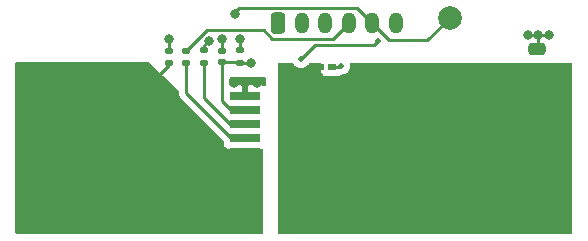
<source format=gbr>
%TF.GenerationSoftware,KiCad,Pcbnew,(6.0.8)*%
%TF.CreationDate,2023-11-18T01:52:54+01:00*%
%TF.ProjectId,BTS50005-1LUA_TestBoard,42545335-3030-4303-952d-314c55415f54,rev?*%
%TF.SameCoordinates,Original*%
%TF.FileFunction,Copper,L1,Top*%
%TF.FilePolarity,Positive*%
%FSLAX46Y46*%
G04 Gerber Fmt 4.6, Leading zero omitted, Abs format (unit mm)*
G04 Created by KiCad (PCBNEW (6.0.8)) date 2023-11-18 01:52:54*
%MOMM*%
%LPD*%
G01*
G04 APERTURE LIST*
G04 Aperture macros list*
%AMRoundRect*
0 Rectangle with rounded corners*
0 $1 Rounding radius*
0 $2 $3 $4 $5 $6 $7 $8 $9 X,Y pos of 4 corners*
0 Add a 4 corners polygon primitive as box body*
4,1,4,$2,$3,$4,$5,$6,$7,$8,$9,$2,$3,0*
0 Add four circle primitives for the rounded corners*
1,1,$1+$1,$2,$3*
1,1,$1+$1,$4,$5*
1,1,$1+$1,$6,$7*
1,1,$1+$1,$8,$9*
0 Add four rect primitives between the rounded corners*
20,1,$1+$1,$2,$3,$4,$5,0*
20,1,$1+$1,$4,$5,$6,$7,0*
20,1,$1+$1,$6,$7,$8,$9,0*
20,1,$1+$1,$8,$9,$2,$3,0*%
G04 Aperture macros list end*
%TA.AperFunction,SMDPad,CuDef*%
%ADD10R,2.600000X0.800000*%
%TD*%
%TA.AperFunction,SMDPad,CuDef*%
%ADD11R,2.600000X4.400000*%
%TD*%
%TA.AperFunction,SMDPad,CuDef*%
%ADD12R,7.410000X10.000000*%
%TD*%
%TA.AperFunction,SMDPad,CuDef*%
%ADD13R,0.800000X0.600000*%
%TD*%
%TA.AperFunction,ComponentPad*%
%ADD14RoundRect,0.250000X-0.350000X-0.650000X0.350000X-0.650000X0.350000X0.650000X-0.350000X0.650000X0*%
%TD*%
%TA.AperFunction,ComponentPad*%
%ADD15O,1.200000X1.800000*%
%TD*%
%TA.AperFunction,ComponentPad*%
%ADD16C,2.000000*%
%TD*%
%TA.AperFunction,SMDPad,CuDef*%
%ADD17RoundRect,0.135000X0.185000X-0.135000X0.185000X0.135000X-0.185000X0.135000X-0.185000X-0.135000X0*%
%TD*%
%TA.AperFunction,SMDPad,CuDef*%
%ADD18RoundRect,0.135000X-0.185000X0.135000X-0.185000X-0.135000X0.185000X-0.135000X0.185000X0.135000X0*%
%TD*%
%TA.AperFunction,SMDPad,CuDef*%
%ADD19RoundRect,0.140000X-0.170000X0.140000X-0.170000X-0.140000X0.170000X-0.140000X0.170000X0.140000X0*%
%TD*%
%TA.AperFunction,SMDPad,CuDef*%
%ADD20RoundRect,0.250000X0.475000X-0.250000X0.475000X0.250000X-0.475000X0.250000X-0.475000X-0.250000X0*%
%TD*%
%TA.AperFunction,ComponentPad*%
%ADD21C,0.900000*%
%TD*%
%TA.AperFunction,ComponentPad*%
%ADD22C,13.000000*%
%TD*%
%TA.AperFunction,ViaPad*%
%ADD23C,0.500000*%
%TD*%
%TA.AperFunction,ViaPad*%
%ADD24C,0.800000*%
%TD*%
%TA.AperFunction,ViaPad*%
%ADD25C,0.900000*%
%TD*%
%TA.AperFunction,Conductor*%
%ADD26C,0.250000*%
%TD*%
G04 APERTURE END LIST*
D10*
%TO.P,Q1,1,GND_*%
%TO.N,GND*%
X116465000Y-38300000D03*
%TO.P,Q1,2,IS*%
%TO.N,CONTROLLER_ADC*%
X116465000Y-39500000D03*
%TO.P,Q1,3,IN*%
%TO.N,/IN*%
X116465000Y-40700000D03*
%TO.P,Q1,4,DEN*%
%TO.N,/DEN*%
X116465000Y-41900000D03*
D11*
%TO.P,Q1,5,OUT*%
%TO.N,OUT*%
X116465000Y-44900000D03*
D12*
%TO.P,Q1,9,VS*%
%TO.N,+12V*%
X124000000Y-42500000D03*
%TD*%
D13*
%TO.P,RT1,2*%
%TO.N,Net-(R4-Pad1)*%
X123791600Y-35864800D03*
%TO.P,RT1,1*%
%TO.N,+12V*%
X122791600Y-35864800D03*
%TD*%
D14*
%TO.P,J1,1,Pin_1*%
%TO.N,GND*%
X119250000Y-32175000D03*
D15*
%TO.P,J1,2,Pin_2*%
%TO.N,CONTROLLER_ADC*%
X121250000Y-32175000D03*
%TO.P,J1,3,Pin_3*%
%TO.N,CONTROLLER_TEMP*%
X123250000Y-32175000D03*
%TO.P,J1,4,Pin_4*%
%TO.N,CONTROLER_DEN*%
X125250000Y-32175000D03*
%TO.P,J1,5,Pin_5*%
%TO.N,CONTROLER_IN*%
X127250000Y-32175000D03*
%TO.P,J1,6,Pin_6*%
%TO.N,CONTOLLER_VDD*%
X129250000Y-32175000D03*
%TD*%
D16*
%TO.P,TP2,1,1*%
%TO.N,OUT*%
X111750000Y-48000000D03*
%TD*%
D17*
%TO.P,R1,1*%
%TO.N,/IN*%
X113000000Y-35500000D03*
%TO.P,R1,2*%
%TO.N,CONTROLER_IN*%
X113000000Y-34480000D03*
%TD*%
D18*
%TO.P,R2,1*%
%TO.N,GND*%
X116000000Y-34480000D03*
%TO.P,R2,2*%
%TO.N,CONTROLLER_ADC*%
X116000000Y-35500000D03*
%TD*%
D19*
%TO.P,C2,1*%
%TO.N,GND*%
X110000000Y-34540000D03*
%TO.P,C2,2*%
%TO.N,OUT*%
X110000000Y-35500000D03*
%TD*%
D20*
%TO.P,C3,1*%
%TO.N,+12V*%
X141200000Y-36250000D03*
%TO.P,C3,2*%
%TO.N,GND*%
X141200000Y-34350000D03*
%TD*%
D21*
%TO.P,H1,1,1*%
%TO.N,+12V*%
X135890000Y-37825000D03*
X131015000Y-42700000D03*
D22*
X135890000Y-42700000D03*
D21*
X139337146Y-46147146D03*
X139337146Y-39252854D03*
X135890000Y-47575000D03*
X132442854Y-46147146D03*
X132442854Y-39252854D03*
X140765000Y-42700000D03*
%TD*%
D16*
%TO.P,TP1,1,1*%
%TO.N,CONTROLER_IN*%
X133800000Y-31700000D03*
%TD*%
D21*
%TO.P,H2,1,1*%
%TO.N,OUT*%
X109375000Y-42670000D03*
D22*
X104500000Y-42670000D03*
D21*
X107947146Y-46117146D03*
X107947146Y-39222854D03*
X101052854Y-39222854D03*
X104500000Y-37795000D03*
X101052854Y-46117146D03*
X104500000Y-47545000D03*
X99625000Y-42670000D03*
%TD*%
D19*
%TO.P,C1,1*%
%TO.N,GND*%
X114500000Y-34510000D03*
%TO.P,C1,2*%
%TO.N,CONTROLLER_ADC*%
X114500000Y-35470000D03*
%TD*%
D17*
%TO.P,R3,1*%
%TO.N,/DEN*%
X111500000Y-35550000D03*
%TO.P,R3,2*%
%TO.N,CONTROLER_DEN*%
X111500000Y-34530000D03*
%TD*%
D23*
%TO.N,CONTOLLER_VDD*%
X121208800Y-35204400D03*
X127711200Y-33680400D03*
%TO.N,Net-(R4-Pad1)*%
X124612400Y-35763200D03*
D24*
%TO.N,GND*%
X142200000Y-33200000D03*
X141300000Y-33200000D03*
X114500000Y-33500000D03*
X140400000Y-33200000D03*
X110000000Y-33500000D03*
X115500000Y-37250000D03*
X116000000Y-33500000D03*
X116500000Y-37250000D03*
X117500000Y-37250000D03*
%TO.N,CONTROLLER_ADC*%
X117000000Y-35500000D03*
D25*
%TO.N,+12V*%
X126365000Y-38735000D03*
X126365000Y-43815000D03*
X126365000Y-46355000D03*
X121285000Y-38735000D03*
X123825000Y-43815000D03*
X121285000Y-43815000D03*
X121285000Y-41275000D03*
X123825000Y-46355000D03*
X123825000Y-38735000D03*
X126365000Y-41275000D03*
X123825000Y-41275000D03*
X121285000Y-46355000D03*
D24*
%TO.N,CONTROLER_IN*%
X115600000Y-31400000D03*
X113402299Y-33652299D03*
%TD*%
D26*
%TO.N,Net-(R4-Pad1)*%
X124510800Y-35864800D02*
X123791600Y-35864800D01*
X124612400Y-35763200D02*
X124510800Y-35864800D01*
%TO.N,CONTROLER_IN*%
X125961400Y-30886400D02*
X127250000Y-32175000D01*
X115913600Y-30886400D02*
X125961400Y-30886400D01*
X115600000Y-31200000D02*
X115913600Y-30886400D01*
%TO.N,CONTOLLER_VDD*%
X126238000Y-33985200D02*
X127406400Y-33985200D01*
X122428000Y-33985200D02*
X126238000Y-33985200D01*
X127406400Y-33985200D02*
X127711200Y-33680400D01*
X121208800Y-35204400D02*
X122428000Y-33985200D01*
%TO.N,GND*%
X141300000Y-33200000D02*
X142200000Y-33200000D01*
X141200000Y-34350000D02*
X141300000Y-34250000D01*
X110000000Y-34540000D02*
X110000000Y-33500000D01*
X114500000Y-34510000D02*
X114500000Y-33500000D01*
X116000000Y-34480000D02*
X116000000Y-33500000D01*
X140400000Y-33200000D02*
X141300000Y-33200000D01*
X141300000Y-34250000D02*
X141300000Y-33200000D01*
%TO.N,CONTROLLER_ADC*%
X115970000Y-35470000D02*
X116000000Y-35500000D01*
X115250000Y-39500000D02*
X114500000Y-38750000D01*
X114500000Y-38750000D02*
X114500000Y-35470000D01*
X117000000Y-35500000D02*
X116000000Y-35500000D01*
X116465000Y-39500000D02*
X115250000Y-39500000D01*
X114500000Y-35470000D02*
X115970000Y-35470000D01*
%TO.N,OUT*%
X110000000Y-35500000D02*
X110000000Y-35750000D01*
X110000000Y-35750000D02*
X109250000Y-36500000D01*
%TO.N,CONTROLER_IN*%
X113000000Y-34480000D02*
X113000000Y-34054598D01*
X131900000Y-33600000D02*
X133800000Y-31700000D01*
X113000000Y-34054598D02*
X113402299Y-33652299D01*
X127250000Y-32175000D02*
X128675000Y-33600000D01*
X128675000Y-33600000D02*
X131900000Y-33600000D01*
%TO.N,CONTROLER_DEN*%
X111500000Y-34530000D02*
X113255000Y-32775000D01*
X113255000Y-32775000D02*
X118036827Y-32775000D01*
X118036827Y-32775000D02*
X118761827Y-33500000D01*
X118761827Y-33500000D02*
X123925000Y-33500000D01*
X123925000Y-33500000D02*
X125250000Y-32175000D01*
%TO.N,/IN*%
X113000000Y-38500000D02*
X113000000Y-35500000D01*
X116465000Y-40700000D02*
X115200000Y-40700000D01*
X115200000Y-40700000D02*
X113000000Y-38500000D01*
%TO.N,/DEN*%
X115315000Y-41900000D02*
X111500000Y-38085000D01*
X116465000Y-41900000D02*
X115315000Y-41900000D01*
X111500000Y-38085000D02*
X111500000Y-35550000D01*
%TD*%
%TA.AperFunction,Conductor*%
%TO.N,GND*%
G36*
X118192121Y-36770002D02*
G01*
X118238614Y-36823658D01*
X118250000Y-36876000D01*
X118250000Y-37376712D01*
X118229998Y-37444833D01*
X118176342Y-37491326D01*
X118106068Y-37501430D01*
X118048434Y-37477538D01*
X118018644Y-37455212D01*
X118003054Y-37446676D01*
X117882606Y-37401522D01*
X117867351Y-37397895D01*
X117816486Y-37392369D01*
X117809672Y-37392000D01*
X116737115Y-37392000D01*
X116721876Y-37396475D01*
X116720671Y-37397865D01*
X116719000Y-37405548D01*
X116719000Y-38428000D01*
X116698998Y-38496121D01*
X116645342Y-38542614D01*
X116593000Y-38554000D01*
X116337000Y-38554000D01*
X116268879Y-38533998D01*
X116222386Y-38480342D01*
X116211000Y-38428000D01*
X116211000Y-37410116D01*
X116206525Y-37394877D01*
X116205135Y-37393672D01*
X116197452Y-37392001D01*
X115259500Y-37392001D01*
X115191379Y-37371999D01*
X115144886Y-37318343D01*
X115133500Y-37266001D01*
X115133500Y-36876000D01*
X115153502Y-36807879D01*
X115207158Y-36761386D01*
X115259500Y-36750000D01*
X118124000Y-36750000D01*
X118192121Y-36770002D01*
G37*
%TD.AperFunction*%
%TD*%
%TA.AperFunction,Conductor*%
%TO.N,+12V*%
G36*
X120498140Y-35520002D02*
G01*
X120537794Y-35560728D01*
X120604046Y-35670123D01*
X120722255Y-35792532D01*
X120864646Y-35885710D01*
X120871250Y-35888166D01*
X120871252Y-35888167D01*
X120907644Y-35901701D01*
X121024141Y-35945026D01*
X121192815Y-35967532D01*
X121199826Y-35966894D01*
X121199830Y-35966894D01*
X121355262Y-35952748D01*
X121362283Y-35952109D01*
X121368985Y-35949931D01*
X121368987Y-35949931D01*
X121517423Y-35901701D01*
X121517426Y-35901700D01*
X121524122Y-35899524D01*
X121670290Y-35812390D01*
X121675384Y-35807539D01*
X121675388Y-35807536D01*
X121742633Y-35743499D01*
X121793521Y-35695039D01*
X121839391Y-35626000D01*
X121876518Y-35570119D01*
X121885717Y-35556273D01*
X121940075Y-35510602D01*
X121990665Y-35500000D01*
X122757100Y-35500000D01*
X122825221Y-35520002D01*
X122871714Y-35573658D01*
X122883100Y-35626000D01*
X122883100Y-36212934D01*
X122889855Y-36275116D01*
X122940985Y-36411505D01*
X123028339Y-36528061D01*
X123144895Y-36615415D01*
X123281284Y-36666545D01*
X123343466Y-36673300D01*
X124239734Y-36673300D01*
X124301916Y-36666545D01*
X124438305Y-36615415D01*
X124524489Y-36550824D01*
X124590994Y-36525976D01*
X124593305Y-36525917D01*
X124596415Y-36526332D01*
X124765883Y-36510909D01*
X124772585Y-36508731D01*
X124772587Y-36508731D01*
X124921023Y-36460501D01*
X124921026Y-36460500D01*
X124927722Y-36458324D01*
X125073890Y-36371190D01*
X125078984Y-36366339D01*
X125078988Y-36366336D01*
X125174778Y-36275116D01*
X125197121Y-36253839D01*
X125291291Y-36112102D01*
X125351719Y-35953025D01*
X125375401Y-35784513D01*
X125375699Y-35763200D01*
X125361885Y-35640044D01*
X125374169Y-35570119D01*
X125422308Y-35517935D01*
X125487100Y-35500000D01*
X144053200Y-35500000D01*
X144121321Y-35520002D01*
X144167814Y-35573658D01*
X144179200Y-35626000D01*
X144179200Y-49874000D01*
X144159198Y-49942121D01*
X144105542Y-49988614D01*
X144053200Y-50000000D01*
X119376000Y-50000000D01*
X119307879Y-49979998D01*
X119261386Y-49926342D01*
X119250000Y-49874000D01*
X119250000Y-35626000D01*
X119270002Y-35557879D01*
X119323658Y-35511386D01*
X119376000Y-35500000D01*
X120430019Y-35500000D01*
X120498140Y-35520002D01*
G37*
%TD.AperFunction*%
%TD*%
%TA.AperFunction,Conductor*%
%TO.N,OUT*%
G36*
X108268456Y-35470002D02*
G01*
X108286307Y-35483887D01*
X110826472Y-37854708D01*
X110862624Y-37915811D01*
X110866500Y-37946821D01*
X110866500Y-38006233D01*
X110865973Y-38017416D01*
X110864298Y-38024909D01*
X110864547Y-38032835D01*
X110864547Y-38032836D01*
X110866438Y-38092986D01*
X110866500Y-38096945D01*
X110866500Y-38124856D01*
X110866997Y-38128790D01*
X110866997Y-38128791D01*
X110867005Y-38128856D01*
X110867938Y-38140693D01*
X110869327Y-38184889D01*
X110874978Y-38204339D01*
X110878987Y-38223700D01*
X110881526Y-38243797D01*
X110884445Y-38251168D01*
X110884445Y-38251170D01*
X110897804Y-38284912D01*
X110901649Y-38296142D01*
X110913982Y-38338593D01*
X110918015Y-38345412D01*
X110918017Y-38345417D01*
X110924293Y-38356028D01*
X110932988Y-38373776D01*
X110940448Y-38392617D01*
X110945110Y-38399033D01*
X110945110Y-38399034D01*
X110966436Y-38428387D01*
X110972952Y-38438307D01*
X110995458Y-38476362D01*
X111009779Y-38490683D01*
X111022619Y-38505716D01*
X111034528Y-38522107D01*
X111040634Y-38527158D01*
X111068605Y-38550298D01*
X111077384Y-38558288D01*
X114619595Y-42100500D01*
X114653621Y-42162812D01*
X114656500Y-42189595D01*
X114656500Y-42348134D01*
X114663255Y-42410316D01*
X114714385Y-42546705D01*
X114801739Y-42663261D01*
X114918295Y-42750615D01*
X115054684Y-42801745D01*
X115116866Y-42808500D01*
X117813134Y-42808500D01*
X117860393Y-42803366D01*
X117930274Y-42815894D01*
X117982290Y-42864214D01*
X118000000Y-42928629D01*
X118000000Y-49874000D01*
X117979998Y-49942121D01*
X117926342Y-49988614D01*
X117874000Y-50000000D01*
X97154500Y-50000000D01*
X97086379Y-49979998D01*
X97039886Y-49926342D01*
X97028500Y-49874000D01*
X97028500Y-35576000D01*
X97048502Y-35507879D01*
X97102158Y-35461386D01*
X97154500Y-35450000D01*
X108200335Y-35450000D01*
X108268456Y-35470002D01*
G37*
%TD.AperFunction*%
%TD*%
M02*

</source>
